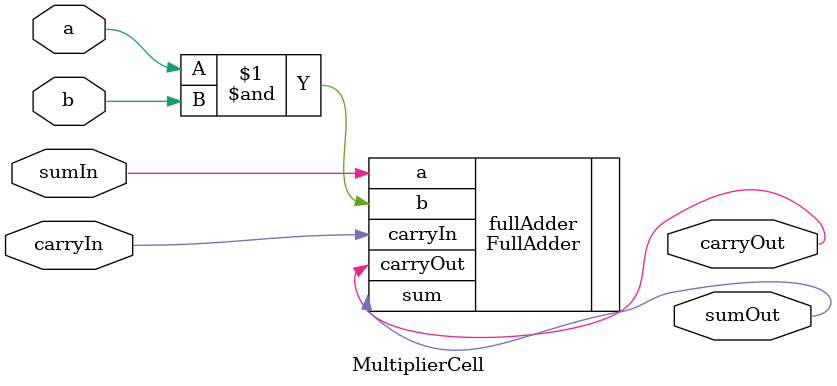
<source format=v>

module MultiplierCell(
        input a,
        input b,
        input sumIn,
        input carryIn,

        output sumOut,
        output carryOut
    );


    FullAdder fullAdder (
        .a(sumIn),
        .b(a & b),
        .carryIn(carryIn),
        .carryOut(carryOut),
        .sum(sumOut)
    );

endmodule

</source>
